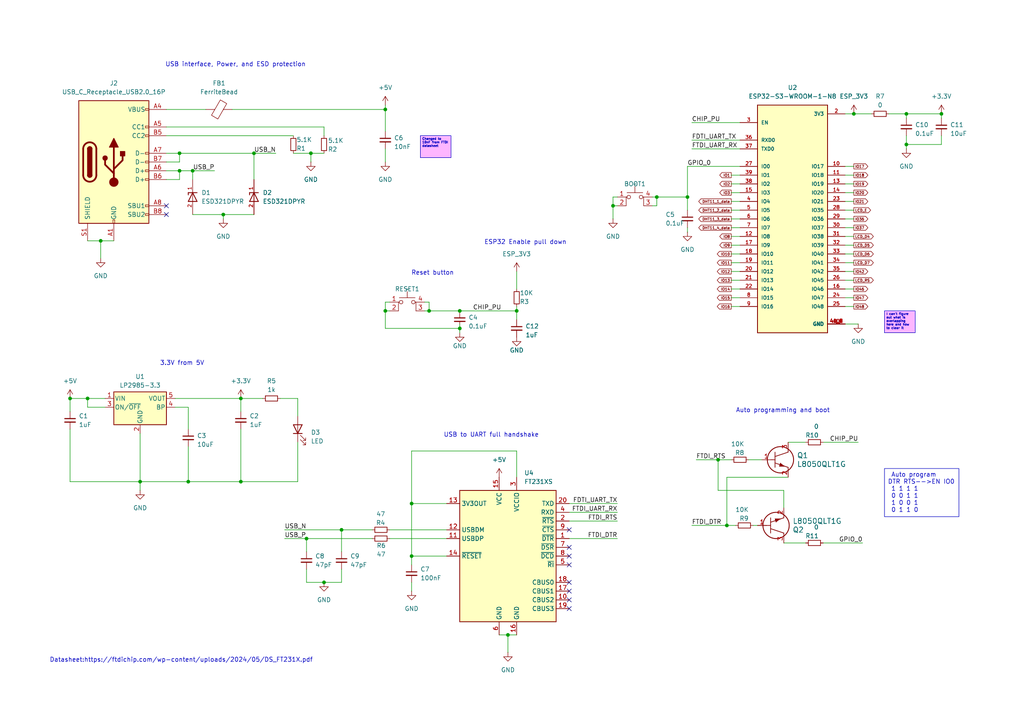
<source format=kicad_sch>
(kicad_sch (version 20231120) (generator "eeschema") (generator_version "8.0")
  (paper "A4")
  (title_block (title "SnakeTank") (rev "A"))
  (lib_symbols
    (symbol "2024-08-29_22-52-09:L8050QLT1G" (pin_names (offset 0.254))
      (property "Reference" "Q" (at 10.16 2.54 0))
      (property "Value" "L8050QLT1G" (at 10.16 -2.54 0))
      (symbol "L8050QLT1G_0_1"
        (polyline (pts (xy 2.54 0) (xy 3.81 0)) (stroke (width 0.2032)))
        (polyline (pts (xy 3.81 -2.2098) (xy 3.81 2.2098)) (stroke (width 0.2032)))
        (polyline (pts (xy 3.81 -0.9398) (xy 7.62 -2.2098)) (stroke (width 0.2032)))
        (polyline (pts (xy 3.81 0.9398) (xy 7.62 2.2098)) (stroke (width 0.2032)))
        (polyline (pts (xy 7.62 -2.54) (xy 7.62 -2.2098)) (stroke (width 0.2032)))
        (polyline (pts (xy 7.62 2.2098) (xy 7.62 2.54)) (stroke (width 0.2032)))
        (polyline (pts (xy 5.3848 -0.9398) (xy 5.08 -1.905) (xy 6.6548 -1.905)) (fill (type outline)))
        (circle (center 5.3848 0) (radius 3.81) (stroke (width 0.254)))
        (pin unspecified line (at 0 0 0) (length 2.54) (name "") (number "1"))
        (pin unspecified line (at 7.62 -5.08 90) (length 2.54) (name "") (number "2"))
        (pin unspecified line (at 7.62 5.08 270) (length 2.54) (name "") (number "3"))
      )
    )
    (symbol "Connector:USB_C_Receptacle_USB2.0_16P" (pin_names (offset 1.016))
      (property "Reference" "J" (at 0 22.225 0))
      (property "Value" "USB_C_Receptacle_USB2.0_16P" (at 0 19.685 0))
      (symbol "USB_C_Receptacle_USB2.0_16P_0_0"
        (rectangle (start -0.254 -17.78) (end 0.254 -16.764))
        (rectangle (start 10.16 -14.986) (end 9.144 -15.494))
        (rectangle (start 10.16 -12.446) (end 9.144 -12.954))
        (rectangle (start 10.16 -4.826) (end 9.144 -5.334))
        (rectangle (start 10.16 -2.286) (end 9.144 -2.794))
        (rectangle (start 10.16 0.254) (end 9.144 -0.254))
        (rectangle (start 10.16 2.794) (end 9.144 2.286))
        (rectangle (start 10.16 7.874) (end 9.144 7.366))
        (rectangle (start 10.16 10.414) (end 9.144 9.906))
        (rectangle (start 10.16 15.494) (end 9.144 14.986))
      )
      (symbol "USB_C_Receptacle_USB2.0_16P_0_1"
        (rectangle (start -10.16 17.78) (end 10.16 -17.78) (stroke (width 0.254)) (fill (type background)))
        (arc (start -8.89 -3.81) (mid -6.985 -5.7067) (end -5.08 -3.81) (stroke (width 0.508)))
        (arc (start -7.62 -3.81) (mid -6.985 -4.4423) (end -6.35 -3.81) (stroke (width 0.254)))
        (arc (start -7.62 -3.81) (mid -6.985 -4.4423) (end -6.35 -3.81) (stroke (width 0.254)) (fill (type outline)))
        (rectangle (start -7.62 -3.81) (end -6.35 3.81) (stroke (width 0.254)) (fill (type outline)))
        (arc (start -6.35 3.81) (mid -6.985 4.4423) (end -7.62 3.81) (stroke (width 0.254)))
        (arc (start -6.35 3.81) (mid -6.985 4.4423) (end -7.62 3.81) (stroke (width 0.254)) (fill (type outline)))
        (arc (start -5.08 3.81) (mid -6.985 5.7067) (end -8.89 3.81) (stroke (width 0.508)))
        (circle (center -2.54 1.143) (radius 0.635) (stroke (width 0.254)) (fill (type outline)))
        (circle (center 0 -5.842) (radius 1.27) (fill (type outline)))
        (polyline (pts (xy -8.89 -3.81) (xy -8.89 3.81)) (stroke (width 0.508)))
        (polyline (pts (xy -5.08 3.81) (xy -5.08 -3.81)) (stroke (width 0.508)))
        (polyline (pts (xy 0 -5.842) (xy 0 4.318)) (stroke (width 0.508)))
        (polyline (pts (xy 0 -3.302) (xy -2.54 -0.762) (xy -2.54 0.508)) (stroke (width 0.508)))
        (polyline (pts (xy 0 -2.032) (xy 2.54 0.508) (xy 2.54 1.778)) (stroke (width 0.508)))
        (polyline (pts (xy -1.27 4.318) (xy 0 6.858) (xy 1.27 4.318) (xy -1.27 4.318)) (stroke (width 0.254)) (fill (type outline)))
        (rectangle (start 1.905 1.778) (end 3.175 3.048) (stroke (width 0.254)) (fill (type outline)))
      )
      (symbol "USB_C_Receptacle_USB2.0_16P_1_1"
        (pin passive line (at 0 -22.86 90) (length 5.08) (name "GND") (number "A1"))
        (pin passive line (at 0 -22.86 90) (length 5.08) hide (name "GND") (number "A12"))
        (pin passive line (at 15.24 15.24 180) (length 5.08) (name "VBUS") (number "A4"))
        (pin bidirectional line (at 15.24 10.16 180) (length 5.08) (name "CC1") (number "A5"))
        (pin bidirectional line (at 15.24 -2.54 180) (length 5.08) (name "D+") (number "A6"))
        (pin bidirectional line (at 15.24 2.54 180) (length 5.08) (name "D-") (number "A7"))
        (pin bidirectional line (at 15.24 -12.7 180) (length 5.08) (name "SBU1") (number "A8"))
        (pin passive line (at 15.24 15.24 180) (length 5.08) hide (name "VBUS") (number "A9"))
        (pin passive line (at 0 -22.86 90) (length 5.08) hide (name "GND") (number "B1"))
        (pin passive line (at 0 -22.86 90) (length 5.08) hide (name "GND") (number "B12"))
        (pin passive line (at 15.24 15.24 180) (length 5.08) hide (name "VBUS") (number "B4"))
        (pin bidirectional line (at 15.24 7.62 180) (length 5.08) (name "CC2") (number "B5"))
        (pin bidirectional line (at 15.24 -5.08 180) (length 5.08) (name "D+") (number "B6"))
        (pin bidirectional line (at 15.24 0 180) (length 5.08) (name "D-") (number "B7"))
        (pin bidirectional line (at 15.24 -15.24 180) (length 5.08) (name "SBU2") (number "B8"))
        (pin passive line (at 15.24 15.24 180) (length 5.08) hide (name "VBUS") (number "B9"))
        (pin passive line (at -7.62 -22.86 90) (length 5.08) (name "SHIELD") (number "S1"))
      )
    )
    (symbol "Device:C_Small" (pin_numbers hide) (pin_names (offset 0.254) hide)
      (property "Reference" "C" (at 0.254 1.778 0))
      (property "Value" "C_Small" (at 0.254 -2.032 0))
      (symbol "C_Small_0_1"
        (polyline (pts (xy -1.524 -0.508) (xy 1.524 -0.508)) (stroke (width 0.3302)))
        (polyline (pts (xy -1.524 0.508) (xy 1.524 0.508)) (stroke (width 0.3048)))
      )
      (symbol "C_Small_1_1"
        (pin passive line (at 0 2.54 270) (length 2.032) (name "~") (number "1"))
        (pin passive line (at 0 -2.54 90) (length 2.032) (name "~") (number "2"))
      )
    )
    (symbol "Device:FerriteBead" (pin_numbers hide) (pin_names (offset 0))
      (property "Reference" "FB" (at -3.81 0.635 90))
      (property "Value" "FerriteBead" (at 3.81 0 90))
      (symbol "FerriteBead_0_1"
        (polyline (pts (xy 0 -1.27) (xy 0 -1.2192)))
        (polyline (pts (xy 0 1.27) (xy 0 1.2954)))
        (polyline (pts (xy -2.7686 0.4064) (xy -1.7018 2.2606) (xy 2.7686 -0.3048) (xy 1.6764 -2.159) (xy -2.7686 0.4064)))
      )
      (symbol "FerriteBead_1_1"
        (pin passive line (at 0 3.81 270) (length 2.54) (name "~") (number "1"))
        (pin passive line (at 0 -3.81 90) (length 2.54) (name "~") (number "2"))
      )
    )
    (symbol "Device:LED" (pin_numbers hide) (pin_names (offset 1.016) hide)
      (property "Reference" "D" (at 0 2.54 0))
      (property "Value" "LED" (at 0 -2.54 0))
      (symbol "LED_0_1"
        (polyline (pts (xy -1.27 -1.27) (xy -1.27 1.27)) (stroke (width 0.254)))
        (polyline (pts (xy -1.27 0) (xy 1.27 0)))
        (polyline (pts (xy 1.27 -1.27) (xy 1.27 1.27) (xy -1.27 0) (xy 1.27 -1.27)) (stroke (width 0.254)))
        (polyline (pts (xy -3.048 -0.762) (xy -4.572 -2.286) (xy -3.81 -2.286) (xy -4.572 -2.286) (xy -4.572 -1.524)))
        (polyline (pts (xy -1.778 -0.762) (xy -3.302 -2.286) (xy -2.54 -2.286) (xy -3.302 -2.286) (xy -3.302 -1.524)))
      )
      (symbol "LED_1_1"
        (pin passive line (at -3.81 0 0) (length 2.54) (name "K") (number "1"))
        (pin passive line (at 3.81 0 180) (length 2.54) (name "A") (number "2"))
      )
    )
    (symbol "Device:R_Small" (pin_numbers hide) (pin_names (offset 0.254) hide)
      (property "Reference" "R" (at 0.762 0.508 0))
      (property "Value" "R_Small" (at 0.762 -1.016 0))
      (symbol "R_Small_0_1"
        (rectangle (start -0.762 1.778) (end 0.762 -1.778) (stroke (width 0.2032)))
      )
      (symbol "R_Small_1_1"
        (pin passive line (at 0 2.54 270) (length 0.762) (name "~") (number "1"))
        (pin passive line (at 0 -2.54 90) (length 0.762) (name "~") (number "2"))
      )
    )
    (symbol "ESD321DPYR:ESD321DPYR" (pin_names (offset 1.016))
      (property "Reference" "D" (at -5.0835 2.4159 0))
      (property "Value" "ESD321DPYR" (at -5.0854 -4.9611 0))
      (symbol "ESD321DPYR_0_0"
        (polyline (pts (xy -1.27 -1.27) (xy -1.27 0)) (stroke (width 0.254)))
        (polyline (pts (xy -1.27 0) (xy -1.27 1.27)) (stroke (width 0.254)))
        (polyline (pts (xy -1.27 0) (xy 1.27 -1.27)) (stroke (width 0.254)))
        (polyline (pts (xy -0.635 -1.27) (xy -1.27 -1.27)) (stroke (width 0.254)))
        (polyline (pts (xy 1.27 -1.27) (xy 1.27 1.27)) (stroke (width 0.254)))
        (polyline (pts (xy 1.27 1.27) (xy -1.27 0)) (stroke (width 0.254)))
        (pin passive line (at -5.08 0 0) (length 5.08) (name "~") (number "1"))
        (pin passive line (at 5.08 0 180) (length 5.08) (name "~") (number "2"))
      )
    )
    (symbol "ESP32-S3-WROOM-1-N8:ESP32-S3-WROOM-1-N8" (pin_names (offset 1.016))
      (property "Reference" "U" (at -10.16 31.5722 0))
      (property "Value" "ESP32-S3-WROOM-1-N8" (at -10.16 -38.1 0))
      (symbol "ESP32-S3-WROOM-1-N8_0_0"
        (rectangle (start -10.16 -35.56) (end 10.16 30.48) (stroke (width 0.254)) (fill (type background)))
        (pin power_in line (at 15.24 -33.02 180) (length 5.08) (name "GND") (number "1"))
        (pin bidirectional line (at 15.24 12.7 180) (length 5.08) (name "IO17") (number "10"))
        (pin bidirectional line (at 15.24 10.16 180) (length 5.08) (name "IO18") (number "11"))
        (pin bidirectional line (at -15.24 -7.62 0) (length 5.08) (name "IO8") (number "12"))
        (pin bidirectional line (at 15.24 7.62 180) (length 5.08) (name "IO19") (number "13"))
        (pin bidirectional line (at 15.24 5.08 180) (length 5.08) (name "IO20") (number "14"))
        (pin bidirectional line (at -15.24 5.08 0) (length 5.08) (name "IO3") (number "15"))
        (pin bidirectional line (at 15.24 -22.86 180) (length 5.08) (name "IO46") (number "16"))
        (pin bidirectional line (at -15.24 -10.16 0) (length 5.08) (name "IO9") (number "17"))
        (pin bidirectional line (at -15.24 -12.7 0) (length 5.08) (name "IO10") (number "18"))
        (pin bidirectional line (at -15.24 -15.24 0) (length 5.08) (name "IO11") (number "19"))
        (pin power_in line (at 15.24 27.94 180) (length 5.08) (name "3V3") (number "2"))
        (pin bidirectional line (at -15.24 -17.78 0) (length 5.08) (name "IO12") (number "20"))
        (pin bidirectional line (at -15.24 -20.32 0) (length 5.08) (name "IO13") (number "21"))
        (pin bidirectional line (at -15.24 -22.86 0) (length 5.08) (name "IO14") (number "22"))
        (pin bidirectional line (at 15.24 2.54 180) (length 5.08) (name "IO21") (number "23"))
        (pin bidirectional line (at 15.24 -25.4 180) (length 5.08) (name "IO47") (number "24"))
        (pin bidirectional line (at 15.24 -27.94 180) (length 5.08) (name "IO48") (number "25"))
        (pin bidirectional line (at 15.24 -20.32 180) (length 5.08) (name "IO45") (number "26"))
        (pin bidirectional line (at -15.24 12.7 0) (length 5.08) (name "IO0") (number "27"))
        (pin bidirectional line (at 15.24 0 180) (length 5.08) (name "IO35") (number "28"))
        (pin bidirectional line (at 15.24 -2.54 180) (length 5.08) (name "IO36") (number "29"))
        (pin input line (at -15.24 25.4 0) (length 5.08) (name "EN") (number "3"))
        (pin bidirectional line (at 15.24 -5.08 180) (length 5.08) (name "IO37") (number "30"))
        (pin bidirectional line (at 15.24 -7.62 180) (length 5.08) (name "IO38") (number "31"))
        (pin bidirectional line (at 15.24 -10.16 180) (length 5.08) (name "IO39") (number "32"))
        (pin bidirectional line (at 15.24 -12.7 180) (length 5.08) (name "IO40") (number "33"))
        (pin bidirectional line (at 15.24 -15.24 180) (length 5.08) (name "IO41") (number "34"))
        (pin bidirectional line (at 15.24 -17.78 180) (length 5.08) (name "IO42") (number "35"))
        (pin bidirectional line (at -15.24 20.32 0) (length 5.08) (name "RXD0") (number "36"))
        (pin bidirectional line (at -15.24 17.78 0) (length 5.08) (name "TXD0") (number "37"))
        (pin bidirectional line (at -15.24 7.62 0) (length 5.08) (name "IO2") (number "38"))
        (pin bidirectional line (at -15.24 10.16 0) (length 5.08) (name "IO1") (number "39"))
        (pin bidirectional line (at -15.24 2.54 0) (length 5.08) (name "IO4") (number "4"))
        (pin power_in line (at 15.24 -33.02 180) (length 5.08) (name "GND") (number "40"))
        (pin power_in line (at 15.24 -33.02 180) (length 5.08) (name "GND") (number "41_1"))
        (pin power_in line (at 15.24 -33.02 180) (length 5.08) (name "GND") (number "41_2"))
        (pin power_in line (at 15.24 -33.02 180) (length 5.08) (name "GND") (number "41_3"))
        (pin power_in line (at 15.24 -33.02 180) (length 5.08) (name "GND") (number "41_4"))
        (pin power_in line (at 15.24 -33.02 180) (length 5.08) (name "GND") (number "41_5"))
        (pin power_in line (at 15.24 -33.02 180) (length 5.08) (name "GND") (number "41_6"))
        (pin power_in line (at 15.24 -33.02 180) (length 5.08) (name "GND") (number "41_7"))
        (pin power_in line (at 15.24 -33.02 180) (length 5.08) (name "GND") (number "41_8"))
        (pin power_in line (at 15.24 -33.02 180) (length 5.08) (name "GND") (number "41_9"))
        (pin bidirectional line (at -15.24 0 0) (length 5.08) (name "IO5") (number "5"))
        (pin bidirectional line (at -15.24 -2.54 0) (length 5.08) (name "IO6") (number "6"))
        (pin bidirectional line (at -15.24 -5.08 0) (length 5.08) (name "IO7") (number "7"))
        (pin bidirectional line (at -15.24 -25.4 0) (length 5.08) (name "IO15") (number "8"))
        (pin bidirectional line (at -15.24 -27.94 0) (length 5.08) (name "IO16") (number "9"))
      )
    )
    (symbol "Interface_USB:FT231XS"
      (property "Reference" "U" (at -13.97 20.32 0))
      (property "Value" "FT231XS" (at 7.62 20.32 0))
      (symbol "FT231XS_0_1"
        (rectangle (start -13.97 19.05) (end 13.97 -19.05) (stroke (width 0.254)) (fill (type background)))
      )
      (symbol "FT231XS_1_1"
        (pin output line (at 17.78 5.08 180) (length 3.81) (name "~{DTR}") (number "1"))
        (pin bidirectional line (at 17.78 -12.7 180) (length 3.81) (name "CBUS2") (number "10"))
        (pin bidirectional line (at -17.78 5.08 0) (length 3.81) (name "USBDP") (number "11"))
        (pin bidirectional line (at -17.78 7.62 0) (length 3.81) (name "USBDM") (number "12"))
        (pin power_out line (at -17.78 15.24 0) (length 3.81) (name "3V3OUT") (number "13"))
        (pin input line (at -17.78 0 0) (length 3.81) (name "~{RESET}") (number "14"))
        (pin power_in line (at -2.54 22.86 270) (length 3.81) (name "VCC") (number "15"))
        (pin power_in line (at 2.54 -22.86 90) (length 3.81) (name "GND") (number "16"))
        (pin bidirectional line (at 17.78 -10.16 180) (length 3.81) (name "CBUS1") (number "17"))
        (pin bidirectional line (at 17.78 -7.62 180) (length 3.81) (name "CBUS0") (number "18"))
        (pin bidirectional line (at 17.78 -15.24 180) (length 3.81) (name "CBUS3") (number "19"))
        (pin output line (at 17.78 10.16 180) (length 3.81) (name "~{RTS}") (number "2"))
        (pin output line (at 17.78 15.24 180) (length 3.81) (name "TXD") (number "20"))
        (pin power_in line (at 2.54 22.86 270) (length 3.81) (name "VCCIO") (number "3"))
        (pin input line (at 17.78 12.7 180) (length 3.81) (name "RXD") (number "4"))
        (pin input line (at 17.78 -2.54 180) (length 3.81) (name "~{RI}") (number "5"))
        (pin power_in line (at -2.54 -22.86 90) (length 3.81) (name "GND") (number "6"))
        (pin input line (at 17.78 2.54 180) (length 3.81) (name "~{DSR}") (number "7"))
        (pin input line (at 17.78 0 180) (length 3.81) (name "~{DCD}") (number "8"))
        (pin input line (at 17.78 7.62 180) (length 3.81) (name "~{CTS}") (number "9"))
      )
    )
    (symbol "Regulator_Linear:LP2985-3.3" (pin_names (offset 0.254))
      (property "Reference" "U" (at -6.35 5.715 0))
      (property "Value" "LP2985-3.3" (at 0 5.715 0))
      (symbol "LP2985-3.3_0_1"
        (rectangle (start -7.62 -5.08) (end 7.62 4.445) (stroke (width 0.254)) (fill (type background)))
      )
      (symbol "LP2985-3.3_1_1"
        (pin power_in line (at -10.16 2.54 0) (length 2.54) (name "VIN") (number "1"))
        (pin power_in line (at 0 -7.62 90) (length 2.54) (name "GND") (number "2"))
        (pin input line (at -10.16 0 0) (length 2.54) (name "ON/~{OFF}") (number "3"))
        (pin input line (at 10.16 0 180) (length 2.54) (name "BP") (number "4"))
        (pin power_out line (at 10.16 2.54 180) (length 2.54) (name "VOUT") (number "5"))
      )
    )
    (symbol "Switch:SW_MEC_5E" (pin_names (offset 1.016) hide)
      (property "Reference" "SW" (at 0.635 5.715 0))
      (property "Value" "SW_MEC_5E" (at 0 -3.175 0))
      (symbol "SW_MEC_5E_0_1"
        (circle (center -1.778 2.54) (radius 0.508))
        (polyline (pts (xy -2.286 3.81) (xy 2.286 3.81)))
        (polyline (pts (xy 0 3.81) (xy 0 5.588)))
        (polyline (pts (xy -2.54 0) (xy -2.54 2.54) (xy -2.286 2.54)))
        (polyline (pts (xy 2.54 0) (xy 2.54 2.54) (xy 2.286 2.54)))
        (circle (center 1.778 2.54) (radius 0.508))
        (pin passive line (at -5.08 2.54 0) (length 2.54) (name "1") (number "1"))
        (pin passive line (at -5.08 0 0) (length 2.54) (name "2") (number "2"))
        (pin passive line (at 5.08 0 180) (length 2.54) (name "K") (number "3"))
        (pin passive line (at 5.08 2.54 180) (length 2.54) (name "A") (number "4"))
      )
    )
    (symbol "power:+3.3V" (power) (pin_numbers hide) (pin_names (offset 0) hide)
      (property "Value" "+3.3V" (at 0 3.556 0))
      (symbol "+3.3V_0_1"
        (polyline (pts (xy -0.762 1.27) (xy 0 2.54)))
        (polyline (pts (xy 0 0) (xy 0 2.54)))
        (polyline (pts (xy 0 2.54) (xy 0.762 1.27)))
      )
      (symbol "+3.3V_1_1"
        (pin power_in line (at 0 0 90) (length 0) (name "~") (number "1"))
      )
    )
    (symbol "power:+5V" (power) (pin_numbers hide) (pin_names (offset 0) hide)
      (property "Value" "+5V" (at 0 3.556 0))
      (symbol "+5V_0_1"
        (polyline (pts (xy -0.762 1.27) (xy 0 2.54)))
        (polyline (pts (xy 0 0) (xy 0 2.54)))
        (polyline (pts (xy 0 2.54) (xy 0.762 1.27)))
      )
      (symbol "+5V_1_1"
        (pin power_in line (at 0 0 90) (length 0) (name "~") (number "1"))
      )
    )
    (symbol "power:GND" (power) (pin_numbers hide) (pin_names (offset 0) hide)
      (property "Value" "GND" (at 0 -3.81 0))
      (symbol "GND_0_1"
        (polyline (pts (xy 0 0) (xy 0 -1.27) (xy 1.27 -1.27) (xy 0 -2.54) (xy -1.27 -1.27) (xy 0 -1.27)))
      )
      (symbol "GND_1_1"
        (pin power_in line (at 0 0 270) (length 0) (name "~") (number "1"))
      )
    )
  )
  (junction (at 273.05 33.02))
  (junction (at 25.4 115.57))
  (junction (at 64.77 62.23))
  (junction (at 55.88 49.53))
  (junction (at 20.32 115.57))
  (junction (at 52.07 44.45))
  (junction (at 147.32 184.15))
  (junction (at 210.82 152.4))
  (junction (at 93.98 168.91))
  (junction (at 124.46 90.17))
  (junction (at 73.66 44.45))
  (junction (at 119.38 161.29))
  (junction (at 133.35 90.17))
  (junction (at 119.38 146.05))
  (junction (at 54.61 139.7))
  (junction (at 208.28 133.35))
  (junction (at 99.06 153.67))
  (junction (at 262.89 33.02))
  (junction (at 177.8 59.69))
  (junction (at 262.89 41.91))
  (junction (at 111.76 31.75))
  (junction (at 199.39 57.15))
  (junction (at 111.76 90.17))
  (junction (at 69.85 115.57))
  (junction (at 133.35 95.25))
  (junction (at 29.21 69.85))
  (junction (at 190.5 57.15))
  (junction (at 149.86 90.17))
  (junction (at 247.65 33.02))
  (junction (at 69.85 139.7))
  (junction (at 52.07 49.53))
  (junction (at 40.64 139.7))
  (junction (at 88.9 156.21))
  (junction (at 90.17 44.45))
  (no_connect (at 165.1 173.99))
  (no_connect (at 165.1 153.67))
  (no_connect (at 48.26 59.69))
  (no_connect (at 165.1 176.53))
  (no_connect (at 165.1 168.91))
  (no_connect (at 165.1 158.75))
  (no_connect (at 165.1 163.83))
  (no_connect (at 48.26 62.23))
  (no_connect (at 165.1 161.29))
  (no_connect (at 165.1 171.45))
  (wire (pts (xy 48.26 39.37) (xy 85.09 39.37)))
  (wire (pts (xy 48.26 31.75) (xy 59.69 31.75)))
  (wire (pts (xy 50.8 118.11) (xy 54.61 118.11)))
  (wire (pts (xy 245.11 63.5) (xy 247.65 63.5)))
  (wire (pts (xy 113.03 153.67) (xy 129.54 153.67)))
  (wire (pts (xy 149.86 90.17) (xy 149.86 92.71)))
  (wire (pts (xy 25.4 115.57) (xy 30.48 115.57)))
  (wire (pts (xy 82.55 153.67) (xy 99.06 153.67)))
  (wire (pts (xy 227.33 142.24) (xy 208.28 142.24)))
  (wire (pts (xy 247.65 48.26) (xy 245.11 48.26)))
  (wire (pts (xy 245.11 86.36) (xy 247.65 86.36)))
  (wire (pts (xy 20.32 115.57) (xy 25.4 115.57)))
  (wire (pts (xy 111.76 87.63) (xy 111.76 90.17)))
  (wire (pts (xy 245.11 68.58) (xy 247.65 68.58)))
  (wire (pts (xy 133.35 96.52) (xy 133.35 95.25)))
  (wire (pts (xy 55.88 49.53) (xy 62.23 49.53)))
  (wire (pts (xy 119.38 161.29) (xy 119.38 146.05)))
  (wire (pts (xy 86.36 115.57) (xy 86.36 120.65)))
  (wire (pts (xy 40.64 125.73) (xy 40.64 139.7)))
  (wire (pts (xy 165.1 151.13) (xy 179.07 151.13)))
  (wire (pts (xy 149.86 78.74) (xy 149.86 83.82)))
  (wire (pts (xy 262.89 41.91) (xy 262.89 43.18)))
  (wire (pts (xy 55.88 49.53) (xy 55.88 52.07)))
  (wire (pts (xy 212.09 78.74) (xy 214.63 78.74)))
  (wire (pts (xy 245.11 55.88) (xy 247.65 55.88)))
  (wire (pts (xy 247.65 50.8) (xy 245.11 50.8)))
  (wire (pts (xy 245.11 60.96) (xy 247.65 60.96)))
  (wire (pts (xy 149.86 130.81) (xy 149.86 138.43)))
  (wire (pts (xy 212.09 71.12) (xy 214.63 71.12)))
  (wire (pts (xy 73.66 44.45) (xy 73.66 52.07)))
  (wire (pts (xy 212.09 58.42) (xy 214.63 58.42)))
  (wire (pts (xy 165.1 146.05) (xy 179.07 146.05)))
  (wire (pts (xy 20.32 124.46) (xy 20.32 139.7)))
  (wire (pts (xy 119.38 146.05) (xy 119.38 130.81)))
  (wire (pts (xy 144.78 184.15) (xy 147.32 184.15)))
  (wire (pts (xy 212.09 76.2) (xy 214.63 76.2)))
  (wire (pts (xy 189.23 57.15) (xy 190.5 57.15)))
  (wire (pts (xy 50.8 115.57) (xy 69.85 115.57)))
  (wire (pts (xy 90.17 44.45) (xy 90.17 46.99)))
  (wire (pts (xy 93.98 168.91) (xy 99.06 168.91)))
  (wire (pts (xy 54.61 139.7) (xy 69.85 139.7)))
  (wire (pts (xy 123.19 90.17) (xy 124.46 90.17)))
  (wire (pts (xy 245.11 88.9) (xy 247.65 88.9)))
  (wire (pts (xy 245.11 71.12) (xy 247.65 71.12)))
  (wire (pts (xy 52.07 52.07) (xy 48.26 52.07)))
  (wire (pts (xy 88.9 156.21) (xy 88.9 160.02)))
  (wire (pts (xy 86.36 139.7) (xy 69.85 139.7)))
  (wire (pts (xy 119.38 146.05) (xy 129.54 146.05)))
  (wire (pts (xy 25.4 118.11) (xy 25.4 115.57)))
  (wire (pts (xy 129.54 161.29) (xy 119.38 161.29)))
  (wire (pts (xy 212.09 55.88) (xy 214.63 55.88)))
  (wire (pts (xy 199.39 48.26) (xy 199.39 57.15)))
  (wire (pts (xy 245.11 33.02) (xy 247.65 33.02)))
  (wire (pts (xy 124.46 90.17) (xy 133.35 90.17)))
  (wire (pts (xy 52.07 46.99) (xy 48.26 46.99)))
  (wire (pts (xy 212.09 50.8) (xy 214.63 50.8)))
  (wire (pts (xy 262.89 39.37) (xy 262.89 41.91)))
  (wire (pts (xy 212.09 86.36) (xy 214.63 86.36)))
  (wire (pts (xy 124.46 87.63) (xy 124.46 90.17)))
  (wire (pts (xy 111.76 30.48) (xy 111.76 31.75)))
  (wire (pts (xy 208.28 133.35) (xy 201.93 133.35)))
  (wire (pts (xy 48.26 44.45) (xy 52.07 44.45)))
  (wire (pts (xy 248.92 93.98) (xy 245.11 93.98)))
  (wire (pts (xy 30.48 118.11) (xy 25.4 118.11)))
  (wire (pts (xy 29.21 69.85) (xy 29.21 74.93)))
  (wire (pts (xy 54.61 118.11) (xy 54.61 124.46)))
  (wire (pts (xy 55.88 62.23) (xy 64.77 62.23)))
  (wire (pts (xy 200.66 43.18) (xy 214.63 43.18)))
  (wire (pts (xy 238.76 157.48) (xy 250.19 157.48)))
  (wire (pts (xy 40.64 139.7) (xy 40.64 142.24)))
  (wire (pts (xy 86.36 128.27) (xy 86.36 139.7)))
  (wire (pts (xy 210.82 138.43) (xy 210.82 152.4)))
  (wire (pts (xy 99.06 153.67) (xy 107.95 153.67)))
  (wire (pts (xy 111.76 31.75) (xy 111.76 38.1)))
  (wire (pts (xy 40.64 139.7) (xy 54.61 139.7)))
  (wire (pts (xy 133.35 93.98) (xy 133.35 95.25)))
  (wire (pts (xy 133.35 95.25) (xy 111.76 95.25)))
  (wire (pts (xy 199.39 66.04) (xy 199.39 67.31)))
  (wire (pts (xy 111.76 95.25) (xy 111.76 90.17)))
  (wire (pts (xy 233.68 128.27) (xy 228.6 128.27)))
  (wire (pts (xy 179.07 57.15) (xy 177.8 57.15)))
  (wire (pts (xy 73.66 44.45) (xy 80.01 44.45)))
  (wire (pts (xy 88.9 165.1) (xy 88.9 168.91)))
  (wire (pts (xy 227.33 142.24) (xy 227.33 147.32)))
  (wire (pts (xy 67.31 31.75) (xy 111.76 31.75)))
  (wire (pts (xy 200.66 40.64) (xy 214.63 40.64)))
  (wire (pts (xy 69.85 119.38) (xy 69.85 115.57)))
  (wire (pts (xy 93.98 36.83) (xy 48.26 36.83)))
  (wire (pts (xy 99.06 153.67) (xy 99.06 160.02)))
  (wire (pts (xy 262.89 33.02) (xy 273.05 33.02)))
  (wire (pts (xy 190.5 59.69) (xy 190.5 57.15)))
  (wire (pts (xy 113.03 156.21) (xy 129.54 156.21)))
  (wire (pts (xy 245.11 73.66) (xy 247.65 73.66)))
  (wire (pts (xy 111.76 90.17) (xy 113.03 90.17)))
  (wire (pts (xy 248.92 128.27) (xy 238.76 128.27)))
  (wire (pts (xy 199.39 57.15) (xy 190.5 57.15)))
  (wire (pts (xy 212.09 83.82) (xy 214.63 83.82)))
  (wire (pts (xy 228.6 138.43) (xy 210.82 138.43)))
  (wire (pts (xy 69.85 124.46) (xy 69.85 139.7)))
  (wire (pts (xy 257.81 33.02) (xy 262.89 33.02)))
  (wire (pts (xy 247.65 33.02) (xy 252.73 33.02)))
  (wire (pts (xy 64.77 62.23) (xy 73.66 62.23)))
  (wire (pts (xy 99.06 165.1) (xy 99.06 168.91)))
  (wire (pts (xy 165.1 156.21) (xy 179.07 156.21)))
  (wire (pts (xy 218.44 152.4) (xy 219.71 152.4)))
  (wire (pts (xy 212.09 68.58) (xy 214.63 68.58)))
  (wire (pts (xy 245.11 76.2) (xy 247.65 76.2)))
  (wire (pts (xy 210.82 152.4) (xy 200.66 152.4)))
  (wire (pts (xy 113.03 87.63) (xy 111.76 87.63)))
  (wire (pts (xy 177.8 57.15) (xy 177.8 59.69)))
  (wire (pts (xy 52.07 49.53) (xy 55.88 49.53)))
  (wire (pts (xy 52.07 44.45) (xy 52.07 46.99)))
  (wire (pts (xy 93.98 39.37) (xy 93.98 36.83)))
  (wire (pts (xy 165.1 148.59) (xy 179.07 148.59)))
  (wire (pts (xy 177.8 59.69) (xy 177.8 63.5)))
  (wire (pts (xy 212.09 88.9) (xy 214.63 88.9)))
  (wire (pts (xy 212.09 81.28) (xy 214.63 81.28)))
  (wire (pts (xy 212.09 53.34) (xy 214.63 53.34)))
  (wire (pts (xy 29.21 69.85) (xy 33.02 69.85)))
  (wire (pts (xy 149.86 184.15) (xy 147.32 184.15)))
  (wire (pts (xy 133.35 90.17) (xy 149.86 90.17)))
  (wire (pts (xy 213.36 152.4) (xy 210.82 152.4)))
  (wire (pts (xy 189.23 59.69) (xy 190.5 59.69)))
  (wire (pts (xy 245.11 78.74) (xy 247.65 78.74)))
  (wire (pts (xy 119.38 161.29) (xy 119.38 163.83)))
  (wire (pts (xy 149.86 88.9) (xy 149.86 90.17)))
  (wire (pts (xy 273.05 39.37) (xy 273.05 41.91)))
  (wire (pts (xy 123.19 87.63) (xy 124.46 87.63)))
  (wire (pts (xy 212.09 63.5) (xy 214.63 63.5)))
  (wire (pts (xy 88.9 168.91) (xy 93.98 168.91)))
  (wire (pts (xy 119.38 168.91) (xy 119.38 171.45)))
  (wire (pts (xy 119.38 130.81) (xy 149.86 130.81)))
  (wire (pts (xy 245.11 81.28) (xy 247.65 81.28)))
  (wire (pts (xy 52.07 49.53) (xy 52.07 52.07)))
  (wire (pts (xy 20.32 139.7) (xy 40.64 139.7)))
  (wire (pts (xy 262.89 34.29) (xy 262.89 33.02)))
  (wire (pts (xy 245.11 66.04) (xy 247.65 66.04)))
  (wire (pts (xy 90.17 44.45) (xy 93.98 44.45)))
  (wire (pts (xy 273.05 34.29) (xy 273.05 33.02)))
  (wire (pts (xy 245.11 53.34) (xy 247.65 53.34)))
  (wire (pts (xy 52.07 44.45) (xy 73.66 44.45)))
  (wire (pts (xy 85.09 44.45) (xy 90.17 44.45)))
  (wire (pts (xy 29.21 69.85) (xy 25.4 69.85)))
  (wire (pts (xy 82.55 156.21) (xy 88.9 156.21)))
  (wire (pts (xy 245.11 58.42) (xy 247.65 58.42)))
  (wire (pts (xy 199.39 48.26) (xy 214.63 48.26)))
  (wire (pts (xy 88.9 156.21) (xy 107.95 156.21)))
  (wire (pts (xy 64.77 62.23) (xy 64.77 63.5)))
  (wire (pts (xy 81.28 115.57) (xy 86.36 115.57)))
  (wire (pts (xy 179.07 59.69) (xy 177.8 59.69)))
  (wire (pts (xy 20.32 115.57) (xy 20.32 119.38)))
  (wire (pts (xy 273.05 41.91) (xy 262.89 41.91)))
  (wire (pts (xy 212.09 73.66) (xy 214.63 73.66)))
  (wire (pts (xy 208.28 142.24) (xy 208.28 133.35)))
  (wire (pts (xy 212.09 66.04) (xy 214.63 66.04)))
  (wire (pts (xy 199.39 60.96) (xy 199.39 57.15)))
  (wire (pts (xy 111.76 43.18) (xy 111.76 46.99)))
  (wire (pts (xy 212.09 133.35) (xy 208.28 133.35)))
  (wire (pts (xy 200.66 35.56) (xy 214.63 35.56)))
  (wire (pts (xy 147.32 184.15) (xy 147.32 189.23)))
  (wire (pts (xy 217.17 133.35) (xy 220.98 133.35)))
  (wire (pts (xy 69.85 115.57) (xy 76.2 115.57)))
  (wire (pts (xy 212.09 60.96) (xy 214.63 60.96)))
  (wire (pts (xy 48.26 49.53) (xy 52.07 49.53)))
  (wire (pts (xy 54.61 129.54) (xy 54.61 139.7)))
  (wire (pts (xy 227.33 157.48) (xy 233.68 157.48)))
  (wire (pts (xy 245.11 83.82) (xy 247.65 83.82)))
  (text_box "I can't figure out what is overlapping here and how to clear it" (at 256.54 90.17 0) (size 8.89 6.35) (fill (type color) (color 254 182 255 1)) (effects (font (size 0.635 0.635)) (justify left top)))
  (text_box " Auto program\nDTR RTS-->EN IO0\n 1 1 1 1\n 0 0 1 1\n 1 0 0 1\n 0 1 1 0 " (at 256.54 135.89 0) (size 21.59 13.97) (effects (font (size 1.27 1.27)) (justify left top)))
  (text_box "Changed to 10nF from FTDI datasheet" (at 121.92 39.37 0) (size 8.89 6.35) (fill (type color) (color 254 182 255 1)) (effects (font (size 0.635 0.635)) (justify left top)))
  (text "3.3V from 5V" (at 52.832 105.41 0) (effects (font (size 1.27 1.27))))
  (text "ESP32 Enable pull down" (at 152.4 70.358 0) (effects (font (size 1.27 1.27))))
  (text "USB interface, Power, and ESD protection" (at 68.326 18.796 0) (effects (font (size 1.27 1.27))))
  (text "Reset button" (at 125.476 79.248 0) (effects (font (size 1.27 1.27))))
  (text "Datasheet:https://ftdichip.com/wp-content/uploads/2024/05/DS_FT231X.pdf" (at 52.578 191.516 0) (effects (font (size 1.27 1.27))))
  (text "Auto programming and boot" (at 227.076 119.126 0) (effects (font (size 1.27 1.27))))
  (text "USB to UART full handshake" (at 142.494 126.238 0) (effects (font (size 1.27 1.27))))
  (label "CHIP_PU" (at 137.16 90.17 0))
  (label "USB_P" (at 82.55 156.21 0))
  (label "USB_P" (at 62.23 49.53 180))
  (label "CHIP_PU" (at 248.92 128.27 180))
  (label "FTDI_RTS" (at 201.93 133.35 0))
  (label "FTDI_DTR" (at 179.07 156.21 180))
  (label "USB_N" (at 82.55 153.67 0))
  (label "FTDI_RTS" (at 179.07 151.13 180))
  (label "FTDI_UART_RX" (at 200.66 43.18 0))
  (label "GPIO_0" (at 199.39 48.26 0))
  (label "USB_N" (at 80.01 44.45 180))
  (label "GPIO_0" (at 250.19 157.48 180))
  (label "FDTI_UART_TX" (at 200.66 40.64 0))
  (label "CHIP_PU" (at 200.66 35.56 0))
  (label "FTDI_DTR" (at 200.66 152.4 0))
  (label "FDTI_UART_TX" (at 179.07 146.05 180))
  (label "FTDI_UART_RX" (at 179.07 148.59 180))
  (global_label "IO9" (shape output) (at 212.09 71.12 180) (effects (font (size 0.762 0.762))) (property "Intersheetrefs" "${INTERSHEET_REFS}" (effects (hide yes))))
  (global_label "LCD_D7" (shape output) (at 247.65 76.2 0) (effects (font (size 0.762 0.762))) (property "Intersheetrefs" "${INTERSHEET_REFS}" (effects (hide yes))))
  (global_label "IO17" (shape output) (at 247.65 48.26 0) (effects (font (size 0.762 0.762))) (property "Intersheetrefs" "${INTERSHEET_REFS}" (effects (hide yes))))
  (global_label "IO12" (shape output) (at 212.09 78.74 180) (effects (font (size 0.762 0.762))) (property "Intersheetrefs" "${INTERSHEET_REFS}" (effects (hide yes))))
  (global_label "LCD_D6" (shape output) (at 247.65 73.66 0) (effects (font (size 0.762 0.762))) (property "Intersheetrefs" "${INTERSHEET_REFS}" (effects (hide yes))))
  (global_label "IO16" (shape output) (at 212.09 88.9 180) (effects (font (size 0.762 0.762))) (property "Intersheetrefs" "${INTERSHEET_REFS}" (effects (hide yes))))
  (global_label "LCD_E" (shape output) (at 247.65 60.96 0) (effects (font (size 0.762 0.762))) (property "Intersheetrefs" "${INTERSHEET_REFS}" (effects (hide yes))))
  (global_label "IO15" (shape output) (at 212.09 86.36 180) (effects (font (size 0.762 0.762))) (property "Intersheetrefs" "${INTERSHEET_REFS}" (effects (hide yes))))
  (global_label "DHT11_4_data" (shape output) (at 212.09 66.04 180) (effects (font (size 0.762 0.762))) (property "Intersheetrefs" "${INTERSHEET_REFS}" (effects (hide yes))))
  (global_label "IO3" (shape output) (at 212.09 55.88 180) (effects (font (size 0.762 0.762))) (property "Intersheetrefs" "${INTERSHEET_REFS}" (effects (hide yes))))
  (global_label "IO1" (shape output) (at 212.09 50.8 180) (effects (font (size 0.762 0.762))) (property "Intersheetrefs" "${INTERSHEET_REFS}" (effects (hide yes))))
  (global_label "IO20" (shape output) (at 247.65 55.88 0) (effects (font (size 0.762 0.762))) (property "Intersheetrefs" "${INTERSHEET_REFS}" (effects (hide yes))))
  (global_label "LCD_D5" (shape output) (at 247.65 71.12 0) (effects (font (size 0.762 0.762))) (property "Intersheetrefs" "${INTERSHEET_REFS}" (effects (hide yes))))
  (global_label "IO37" (shape output) (at 247.65 66.04 0) (effects (font (size 0.762 0.762))) (property "Intersheetrefs" "${INTERSHEET_REFS}" (effects (hide yes))))
  (global_label "IO47" (shape output) (at 247.65 86.36 0) (effects (font (size 0.762 0.762))) (property "Intersheetrefs" "${INTERSHEET_REFS}" (effects (hide yes))))
  (global_label "IO48" (shape output) (at 247.65 88.9 0) (effects (font (size 0.762 0.762))) (property "Intersheetrefs" "${INTERSHEET_REFS}" (effects (hide yes))))
  (global_label "IO42" (shape output) (at 247.65 78.74 0) (effects (font (size 0.762 0.762))) (property "Intersheetrefs" "${INTERSHEET_REFS}" (effects (hide yes))))
  (global_label "IO2" (shape output) (at 212.09 53.34 180) (effects (font (size 0.762 0.762))) (property "Intersheetrefs" "${INTERSHEET_REFS}" (effects (hide yes))))
  (global_label "IO46" (shape output) (at 247.65 83.82 0) (effects (font (size 0.762 0.762))) (property "Intersheetrefs" "${INTERSHEET_REFS}" (effects (hide yes))))
  (global_label "DHT11_2_data" (shape output) (at 212.09 60.96 180) (effects (font (size 0.762 0.762))) (property "Intersheetrefs" "${INTERSHEET_REFS}" (effects (hide yes))))
  (global_label "IO11" (shape output) (at 212.09 76.2 180) (effects (font (size 0.762 0.762))) (property "Intersheetrefs" "${INTERSHEET_REFS}" (effects (hide yes))))
  (global_label "IO13" (shape output) (at 212.09 81.28 180) (effects (font (size 0.762 0.762))) (property "Intersheetrefs" "${INTERSHEET_REFS}" (effects (hide yes))))
  (global_label "LCD_D4" (shape output) (at 247.65 68.58 0) (effects (font (size 0.762 0.762))) (property "Intersheetrefs" "${INTERSHEET_REFS}" (effects (hide yes))))
  (global_label "IO8" (shape output) (at 212.09 68.58 180) (effects (font (size 0.762 0.762))) (property "Intersheetrefs" "${INTERSHEET_REFS}" (effects (hide yes))))
  (global_label "IO21" (shape output) (at 247.65 58.42 0) (effects (font (size 0.762 0.762))) (property "Intersheetrefs" "${INTERSHEET_REFS}" (effects (hide yes))))
  (global_label "IO18" (shape output) (at 247.65 50.8 0) (effects (font (size 0.762 0.762))) (property "Intersheetrefs" "${INTERSHEET_REFS}" (effects (hide yes))))
  (global_label "DHT11_3_data" (shape output) (at 212.09 63.5 180) (effects (font (size 0.762 0.762))) (property "Intersheetrefs" "${INTERSHEET_REFS}" (effects (hide yes))))
  (global_label "IO19" (shape output) (at 247.65 53.34 0) (effects (font (size 0.762 0.762))) (property "Intersheetrefs" "${INTERSHEET_REFS}" (effects (hide yes))))
  (global_label "IO14" (shape output) (at 212.09 83.82 180) (effects (font (size 0.762 0.762))) (property "Intersheetrefs" "${INTERSHEET_REFS}" (effects (hide yes))))
  (global_label "DHT11_1_data" (shape output) (at 212.09 58.42 180) (effects (font (size 0.762 0.762))) (property "Intersheetrefs" "${INTERSHEET_REFS}" (effects (hide yes))))
  (global_label "LCD_RS" (shape output) (at 247.65 81.28 0) (effects (font (size 0.762 0.762))) (property "Intersheetrefs" "${INTERSHEET_REFS}" (effects (hide yes))))
  (global_label "IO36" (shape output) (at 247.65 63.5 0) (effects (font (size 0.762 0.762))) (property "Intersheetrefs" "${INTERSHEET_REFS}" (effects (hide yes))))
  (global_label "IO10" (shape output) (at 212.09 73.66 180) (effects (font (size 0.762 0.762))) (property "Intersheetrefs" "${INTERSHEET_REFS}" (effects (hide yes))))
  (symbol (lib_id "Device:C_Small") (at 199.39 63.5 0) (unit 1)
    (property "Reference" "C5" (at 193.04 62.23 0) (effects (justify left)))
    (property "Value" "0.1uF" (at 193.04 64.77 0) (effects (justify left)))
    (property "Footprint" "Capacitor_SMD:C_0603_1608Metric" (effects (hide yes)))
  )
  (symbol (lib_id "Device:C_Small") (at 20.32 121.92 0) (unit 1)
    (property "Reference" "C1" (at 22.86 120.6562 0) (effects (justify left)))
    (property "Value" "1uF" (at 22.86 123.1962 0) (effects (justify left)))
    (property "Footprint" "Capacitor_SMD:C_0603_1608Metric" (effects (hide yes)))
  )
  (symbol (lib_id "Device:FerriteBead") (at 63.5 31.75 270) (unit 1)
    (property "Reference" "FB1" (at 63.5508 24.13 90))
    (property "Value" "FerriteBead" (at 63.5508 26.67 90))
    (property "Footprint" "FerriteBead:BEADC0603X33N" (effects (hide yes)))
    (property "Description" "Ferrite bead" (effects (hide yes)))
  )
  (symbol (lib_id "power:GND") (at 111.76 46.99 0) (unit 1)
    (property "Reference" "#PWR010" (effects (hide yes)))
    (property "Value" "GND" (at 111.76 52.07 0))
  )
  (symbol (lib_id "power:+3.3V") (at 273.05 33.02 0) (unit 1)
    (property "Reference" "#PWR022" (effects (hide yes)))
    (property "Value" "+3.3V" (at 273.05 27.94 0))
    (property "Description" "Power symbol creates a global label with name \"+3.3V\"" (effects (hide yes)))
  )
  (symbol (lib_id "Regulator_Linear:LP2985-3.3") (at 40.64 118.11 0) (unit 1)
    (property "Reference" "U1" (at 40.64 109.22 0))
    (property "Value" "LP2985-3.3" (at 40.64 111.76 0))
    (property "Footprint" "Package_TO_SOT_SMD:SOT-23-5" (effects (hide yes)))
    (property "Datasheet" "http://www.ti.com/lit/ds/symlink/lp2985.pdf" (effects (hide yes)))
    (property "Description" "150mA 16V Low-noise Low-dropout Regulator With Shutdown, 3.3V output voltage, SOT-23-5" (effects (hide yes)))
  )
  (symbol (lib_id "Device:R_Small") (at 215.9 152.4 90) (unit 1)
    (property "Reference" "R9" (at 217.17 150.368 90) (effects (justify left)))
    (property "Value" "10K" (at 217.17 147.828 90) (effects (justify left)))
    (property "Footprint" "Resistor_SMD:R_0603_1608Metric" (effects (hide yes)))
    (property "Description" "Resistor, small symbol" (effects (hide yes)))
  )
  (symbol (lib_id "Device:R_Small") (at 236.22 157.48 90) (unit 1)
    (property "Reference" "R11" (at 237.49 155.448 90) (effects (justify left)))
    (property "Value" "0" (at 237.49 152.908 90) (effects (justify left)))
    (property "Footprint" "Resistor_SMD:R_0603_1608Metric" (effects (hide yes)))
    (property "Description" "Resistor, small symbol" (effects (hide yes)))
  )
  (symbol (lib_id "power:GND") (at 149.86 97.79 0) (unit 1)
    (property "Reference" "#PWR025" (effects (hide yes)))
    (property "Value" "GND" (at 149.86 101.6 0))
  )
  (symbol (lib_id "ESD321DPYR:ESD321DPYR") (at 73.66 57.15 270) (unit 1)
    (property "Reference" "D2" (at 76.2 55.8799 90) (effects (justify left)))
    (property "Value" "ESD321DPYR" (at 76.2 58.4199 90) (effects (justify left)))
    (property "Footprint" "ESD321DPYR:TVS_ESD321DPYR" (effects (hide yes)))
    (property "MF" "Texas Instruments" (effects (hide yes)))
    (property "Description_1" "\n0.9pF 3.6V ±30kV ESD protection diode with 6.8V 16A TLP clamping for USB 2.0\n" (effects (hide yes)))
    (property "Package" "X1SON-2 Texas Instruments" (effects (hide yes)))
    (property "Price" "None" (effects (hide yes)))
    (property "Check_prices" "https://www.snapeda.com/parts/ESD321DPYR/Texas+Instruments/view-part/?ref=eda" (effects (hide yes)))
    (property "STANDARD" "Manufacturer Recommendations" (effects (hide yes)))
    (property "PARTREV" "B" (effects (hide yes)))
    (property "SnapEDA_Link" "https://www.snapeda.com/parts/ESD321DPYR/Texas+Instruments/view-part/?ref=snap" (effects (hide yes)))
    (property "MP" "ESD321DPYR" (effects (hide yes)))
    (property "Purchase-URL" "https://www.snapeda.com/api/url_track_click_mouser/?unipart_id=3214231&manufacturer=Texas Instruments&part_name=ESD321DPYR&search_term=esd321dpyr" (effects (hide yes)))
    (property "Availability" "In Stock" (effects (hide yes)))
    (property "MANUFACTURER" "Texas Instruments" (effects (hide yes)))
  )
  (symbol (lib_id "Device:C_Small") (at 54.61 127 0) (unit 1)
    (property "Reference" "C3" (at 57.15 126.3713 0) (effects (justify left)))
    (property "Value" "10uF" (at 57.15 128.9113 0) (effects (justify left)))
    (property "Footprint" "Capacitor_SMD:C_0603_1608Metric" (effects (hide yes)))
  )
  (symbol (lib_id "2024-08-29_22-52-09:L8050QLT1G") (at 219.71 152.4 0) (mirror x) (unit 1)
    (property "Reference" "Q2" (at 229.87 153.6701 0) (effects (font (size 1.524 1.524)) (justify left)))
    (property "Value" "L8050QLT1G" (at 229.87 151.1301 0) (effects (font (size 1.524 1.524)) (justify left)))
    (property "Footprint" "Package_TO_SOT_SMD:SOT-23-3" (effects (hide yes)))
    (property "Datasheet" "L8050QLT1G" (effects (hide yes)))
  )
  (symbol (lib_id "ESD321DPYR:ESD321DPYR") (at 55.88 57.15 270) (unit 1)
    (property "Reference" "D1" (at 58.42 55.8799 90) (effects (justify left)))
    (property "Value" "ESD321DPYR" (at 58.42 58.4199 90) (effects (justify left)))
    (property "Footprint" "ESD321DPYR:TVS_ESD321DPYR" (effects (hide yes)))
    (property "MF" "Texas Instruments" (effects (hide yes)))
    (property "Description_1" "\n0.9pF 3.6V ±30kV ESD protection diode with 6.8V 16A TLP clamping for USB 2.0\n" (effects (hide yes)))
    (property "Package" "X1SON-2 Texas Instruments" (effects (hide yes)))
    (property "Price" "None" (effects (hide yes)))
    (property "Check_prices" "https://www.snapeda.com/parts/ESD321DPYR/Texas+Instruments/view-part/?ref=eda" (effects (hide yes)))
    (property "STANDARD" "Manufacturer Recommendations" (effects (hide yes)))
    (property "PARTREV" "B" (effects (hide yes)))
    (property "SnapEDA_Link" "https://www.snapeda.com/parts/ESD321DPYR/Texas+Instruments/view-part/?ref=snap" (effects (hide yes)))
    (property "MP" "ESD321DPYR" (effects (hide yes)))
    (property "Purchase-URL" "https://www.snapeda.com/api/url_track_click_mouser/?unipart_id=3214231&manufacturer=Texas Instruments&part_name=ESD321DPYR&search_term=esd321dpyr" (effects (hide yes)))
    (property "Availability" "In Stock" (effects (hide yes)))
    (property "MANUFACTURER" "Texas Instruments" (effects (hide yes)))
  )
  (symbol (lib_id "power:GND") (at 90.17 46.99 0) (unit 1)
    (property "Reference" "#PWR02" (effects (hide yes)))
    (property "Value" "GND" (at 90.17 52.07 0))
    (property "Description" "Power symbol creates a global label with name \"GND\" , ground" (effects (hide yes)))
  )
  (symbol (lib_id "power:GND") (at 29.21 74.93 0) (unit 1)
    (property "Reference" "#PWR01" (effects (hide yes)))
    (property "Value" "GND" (at 29.21 80.01 0))
    (property "Description" "Power symbol creates a global label with name \"GND\" , ground" (effects (hide yes)))
  )
  (symbol (lib_id "power:+3.3V") (at 149.86 78.74 0) (unit 1)
    (property "Reference" "#PWR014" (effects (hide yes)))
    (property "Value" "ESP_3V3" (at 149.86 73.66 0))
    (property "Description" "Power symbol creates a global label with name \"+3.3V\"" (effects (hide yes)))
  )
  (symbol (lib_id "power:GND") (at 262.89 43.18 0) (unit 1)
    (property "Reference" "#PWR024" (effects (hide yes)))
    (property "Value" "GND" (at 262.89 48.26 0))
  )
  (symbol (lib_id "Switch:SW_MEC_5E") (at 118.11 90.17 0) (unit 1)
    (property "Reference" "RESET1" (at 118.11 83.82 0))
    (property "Value" "~" (at 118.11 83.82 0))
    (property "Footprint" "Button_Switch_SMD:SW_SPST_PTS810" (effects (hide yes)))
    (property "Datasheet" "http://www.apem.com/int/index.php?controller=attachment&id_attachment=1371" (effects (hide yes)))
  )
  (symbol (lib_id "Device:C_Small") (at 111.76 40.64 0) (unit 1)
    (property "Reference" "C6" (at 114.3 40.0113 0) (effects (justify left)))
    (property "Value" "10nF" (at 114.3 42.5513 0) (effects (justify left)))
    (property "Footprint" "Capacitor_SMD:C_0603_1608Metric" (effects (hide yes)))
  )
  (symbol (lib_id "Device:R_Small") (at 78.74 115.57 90) (unit 1)
    (property "Reference" "R5" (at 78.74 110.49 90))
    (property "Value" "1k" (at 78.74 113.03 90))
    (property "Footprint" "Resistor_SMD:R_0603_1608Metric" (effects (hide yes)))
  )
  (symbol (lib_id "Device:C_Small") (at 99.06 162.56 0) (unit 1)
    (property "Reference" "C9" (at 101.6 161.2962 0) (effects (justify left)))
    (property "Value" "47pF" (at 101.6 163.8362 0) (effects (justify left)))
    (property "Footprint" "Capacitor_SMD:C_0603_1608Metric" (effects (hide yes)))
  )
  (symbol (lib_id "power:GND") (at 93.98 168.91 0) (unit 1)
    (property "Reference" "#PWR017" (effects (hide yes)))
    (property "Value" "GND" (at 93.98 173.99 0))
  )
  (symbol (lib_id "Device:R_Small") (at 255.27 33.02 90) (unit 1)
    (property "Reference" "R7" (at 255.27 27.94 90))
    (property "Value" "0" (at 255.27 30.48 90))
    (property "Footprint" "Resistor_SMD:R_0603_1608Metric" (effects (hide yes)))
  )
  (symbol (lib_id "power:GND") (at 248.92 93.98 0) (unit 1)
    (property "Reference" "#PWR04" (effects (hide yes)))
    (property "Value" "GND" (at 248.92 99.06 0))
    (property "Description" "Power symbol creates a global label with name \"GND\" , ground" (effects (hide yes)))
  )
  (symbol (lib_id "Device:C_Small") (at 69.85 121.92 0) (unit 1)
    (property "Reference" "C2" (at 72.39 120.6562 0) (effects (justify left)))
    (property "Value" "1uF" (at 72.39 123.1962 0) (effects (justify left)))
    (property "Footprint" "Capacitor_SMD:C_0603_1608Metric" (effects (hide yes)))
  )
  (symbol (lib_id "Device:R_Small") (at 110.49 153.67 90) (unit 1)
    (property "Reference" "R4" (at 111.76 151.638 90) (effects (justify left)))
    (property "Value" "47" (at 111.76 149.098 90) (effects (justify left)))
    (property "Footprint" "Resistor_SMD:R_0603_1608Metric" (effects (hide yes)))
    (property "Description" "Resistor, small symbol" (effects (hide yes)))
  )
  (symbol (lib_id "Device:C_Small") (at 149.86 95.25 0) (unit 1)
    (property "Reference" "C12" (at 152.4 94.6213 0) (effects (justify left)))
    (property "Value" "1uF" (at 152.4 97.1613 0) (effects (justify left)))
    (property "Footprint" "Capacitor_SMD:C_0603_1608Metric" (effects (hide yes)))
  )
  (symbol (lib_id "power:GND") (at 199.39 67.31 0) (unit 1)
    (property "Reference" "#PWR08" (effects (hide yes)))
    (property "Value" "GND" (at 199.39 72.39 0))
  )
  (symbol (lib_id "power:+3.3V") (at 69.85 115.57 0) (unit 1)
    (property "Reference" "#PWR015" (effects (hide yes)))
    (property "Value" "+3.3V" (at 69.85 110.49 0))
    (property "Description" "Power symbol creates a global label with name \"+3.3V\"" (effects (hide yes)))
  )
  (symbol (lib_id "Device:R_Small") (at 149.86 86.36 0) (unit 1)
    (property "Reference" "R3" (at 150.749 87.503 0) (effects (justify left)))
    (property "Value" "10K" (at 150.749 84.963 0) (effects (justify left)))
    (property "Footprint" "Resistor_SMD:R_0603_1608Metric" (effects (hide yes)))
    (property "Description" "Resistor, small symbol" (effects (hide yes)))
  )
  (symbol (lib_id "ESP32-S3-WROOM-1-N8:ESP32-S3-WROOM-1-N8") (at 229.87 60.96 0) (unit 1)
    (property "Reference" "U2" (at 229.87 25.4 0))
    (property "Value" "ESP32-S3-WROOM-1-N8" (at 229.87 27.94 0))
    (property "Footprint" "ESP32-S3-WROOM-1-N8:XCVR_ESP32-S3-WROOM-1-N8" (effects (hide yes)))
    (property "MF" "Espressif Systems" (effects (hide yes)))
    (property "DESCRIPTION" "Bluetooth, WiFi 802.11b/g/n, Bluetooth v5.0 Transceiver Module 2.4GHz PCB Trace Surface Mount" (effects (hide yes)))
    (property "PACKAGE" "None" (effects (hide yes)))
    (property "PRICE" "None" (effects (hide yes)))
    (property "Package" "NON STANDARD Espressif Systems" (effects (hide yes)))
    (property "Check_prices" "https://www.snapeda.com/parts/ESP32-S3-WROOM-1-N8/Espressif+Systems/view-part/?ref=eda" (effects (hide yes)))
    (property "Price" "None" (effects (hide yes)))
    (property "SnapEDA_Link" "https://www.snapeda.com/parts/ESP32-S3-WROOM-1-N8/Espressif+Systems/view-part/?ref=snap" (effects (hide yes)))
    (property "MP" "ESP32-S3-WROOM-1-N8" (effects (hide yes)))
    (property "Purchase-URL" "https://www.snapeda.com/api/url_track_click_mouser/?unipart_id=11020927&manufacturer=Espressif Systems&part_name=ESP32-S3-WROOM-1-N8&search_term=esp32-s3 wroom-1" (effects (hide yes)))
    (property "Description_1" "\nWiFi 802.11a/b/g/n, Bluetooth v5.0 Transceiver Module 2.4GHz Antenna Not Included -\n" (effects (hide yes)))
    (property "Availability" "In Stock" (effects (hide yes)))
    (property "AVAILABILITY" "In Stock" (effects (hide yes)))
    (property "PURCHASE-URL" "https://pricing.snapeda.com/search/part/ESP32-S3-WROOM-1-N8R8/?ref=eda" (effects (hide yes)))
  )
  (symbol (lib_id "power:GND") (at 133.35 96.52 0) (unit 1)
    (property "Reference" "#PWR07" (effects (hide yes)))
    (property "Value" "GND" (at 133.35 100.33 0))
  )
  (symbol (lib_id "power:GND") (at 40.64 142.24 0) (unit 1)
    (property "Reference" "#PWR03" (effects (hide yes)))
    (property "Value" "GND" (at 40.64 147.32 0))
  )
  (symbol (lib_id "power:+5V") (at 111.76 30.48 0) (unit 1)
    (property "Reference" "#PWR011" (effects (hide yes)))
    (property "Value" "+5V" (at 111.76 25.4 0))
    (property "Description" "Power symbol creates a global label with name \"+5V\"" (effects (hide yes)))
  )
  (symbol (lib_id "2024-08-29_22-52-09:L8050QLT1G") (at 220.98 133.35 0) (unit 1)
    (property "Reference" "Q1" (at 231.14 132.0799 0) (effects (font (size 1.524 1.524)) (justify left)))
    (property "Value" "L8050QLT1G" (at 231.14 134.6199 0) (effects (font (size 1.524 1.524)) (justify left)))
    (property "Footprint" "Package_TO_SOT_SMD:SOT-23-3" (effects (hide yes)))
    (property "Datasheet" "L8050QLT1G" (effects (hide yes)))
  )
  (symbol (lib_id "power:+3.3V") (at 247.65 33.02 0) (unit 1)
    (property "Reference" "#PWR023" (effects (hide yes)))
    (property "Value" "ESP_3V3" (at 247.65 27.94 0))
    (property "Description" "Power symbol creates a global label with name \"+3.3V\"" (effects (hide yes)))
  )
  (symbol (lib_id "Device:R_Small") (at 110.49 156.21 270) (unit 1)
    (property "Reference" "R6" (at 109.22 158.242 90) (effects (justify left)))
    (property "Value" "47" (at 109.22 160.782 90) (effects (justify left)))
    (property "Footprint" "Resistor_SMD:R_0603_1608Metric" (effects (hide yes)))
    (property "Description" "Resistor, small symbol" (effects (hide yes)))
  )
  (symbol (lib_id "Connector:USB_C_Receptacle_USB2.0_16P") (at 33.02 46.99 0) (unit 1)
    (property "Reference" "J2" (at 33.02 24.13 0))
    (property "Value" "USB_C_Receptacle_USB2.0_16P" (at 33.02 26.67 0))
    (property "Footprint" "Connector_USB:USB_C_Receptacle_JAE_DX07S016JA1R1500" (effects (hide yes)))
    (property "Datasheet" "https://www.usb.org/sites/default/files/documents/usb_type-c.zip" (effects (hide yes)))
    (property "Description" "USB 2.0-only 16P Type-C Receptacle connector" (effects (hide yes)))
  )
  (symbol (lib_id "power:+5V") (at 144.78 138.43 0) (unit 1)
    (property "Reference" "#PWR013" (effects (hide yes)))
    (property "Value" "+5V" (at 144.78 133.35 0))
    (property "Description" "Power symbol creates a global label with name \"+5V\"" (effects (hide yes)))
  )
  (symbol (lib_id "Interface_USB:FT231XS") (at 147.32 161.29 0) (unit 1)
    (property "Reference" "U4" (at 152.0541 137.16 0) (effects (justify left)))
    (property "Value" "FT231XS" (at 152.0541 139.7 0) (effects (justify left)))
    (property "Footprint" "Package_SO:SSOP-20_3.9x8.7mm_P0.635mm" (effects (hide yes)))
    (property "Datasheet" "https://www.ftdichip.com/Support/Documents/DataSheets/ICs/DS_FT231X.pdf" (effects (hide yes)))
    (property "Description" "Full Speed USB to Full Handshake UART, SSOP-20" (effects (hide yes)))
  )
  (symbol (lib_id "Device:R_Small") (at 85.09 41.91 0) (unit 1)
    (property "Reference" "R1" (at 85.979 43.053 0) (effects (justify left)))
    (property "Value" "5.1K" (at 85.979 40.513 0) (effects (justify left)))
    (property "Footprint" "Resistor_SMD:R_0603_1608Metric" (effects (hide yes)))
    (property "Description" "Resistor, small symbol" (effects (hide yes)))
  )
  (symbol (lib_id "power:GND") (at 64.77 63.5 0) (unit 1)
    (property "Reference" "#PWR030" (effects (hide yes)))
    (property "Value" "GND" (at 64.77 68.58 0))
  )
  (symbol (lib_id "Device:C_Small") (at 262.89 36.83 0) (unit 1)
    (property "Reference" "C10" (at 265.43 36.2013 0) (effects (justify left)))
    (property "Value" "0.1uF" (at 265.43 38.7413 0) (effects (justify left)))
    (property "Footprint" "Capacitor_SMD:C_0603_1608Metric" (effects (hide yes)))
  )
  (symbol (lib_id "power:GND") (at 147.32 189.23 0) (unit 1)
    (property "Reference" "#PWR05" (effects (hide yes)))
    (property "Value" "GND" (at 147.32 194.31 0))
  )
  (symbol (lib_id "Device:R_Small") (at 236.22 128.27 90) (unit 1)
    (property "Reference" "R10" (at 237.49 126.238 90) (effects (justify left)))
    (property "Value" "0" (at 237.49 123.698 90) (effects (justify left)))
    (property "Footprint" "Resistor_SMD:R_0603_1608Metric" (effects (hide yes)))
    (property "Description" "Resistor, small symbol" (effects (hide yes)))
  )
  (symbol (lib_id "Device:C_Small") (at 119.38 166.37 0) (unit 1)
    (property "Reference" "C7" (at 121.92 165.1062 0) (effects (justify left)))
    (property "Value" "100nF" (at 121.92 167.6462 0) (effects (justify left)))
    (property "Footprint" "Capacitor_SMD:C_0603_1608Metric" (effects (hide yes)))
  )
  (symbol (lib_id "Device:C_Small") (at 133.35 92.71 0) (unit 1)
    (property "Reference" "C4" (at 135.89 92.0813 0) (effects (justify left)))
    (property "Value" "0.1uF" (at 135.89 94.6213 0) (effects (justify left)))
    (property "Footprint" "Capacitor_SMD:C_0603_1608Metric" (effects (hide yes)))
  )
  (symbol (lib_id "Device:C_Small") (at 273.05 36.83 0) (unit 1)
    (property "Reference" "C11" (at 275.59 36.2013 0) (effects (justify left)))
    (property "Value" "10uF" (at 275.59 38.7413 0) (effects (justify left)))
    (property "Footprint" "Capacitor_SMD:C_0603_1608Metric" (effects (hide yes)))
  )
  (symbol (lib_id "power:+5V") (at 20.32 115.57 0) (unit 1)
    (property "Reference" "#PWR012" (effects (hide yes)))
    (property "Value" "+5V" (at 20.32 110.49 0))
    (property "Description" "Power symbol creates a global label with name \"+5V\"" (effects (hide yes)))
  )
  (symbol (lib_id "Device:LED") (at 86.36 124.46 90) (unit 1)
    (property "Reference" "D3" (at 90.17 125.4125 90) (effects (justify right)))
    (property "Value" "LED" (at 90.17 127.9525 90) (effects (justify right)))
    (property "Footprint" "LED_SMD:LED_0603_1608Metric" (effects (hide yes)))
  )
  (symbol (lib_id "Switch:SW_MEC_5E") (at 184.15 59.69 0) (unit 1)
    (property "Reference" "BOOT1" (at 184.15 53.34 0))
    (property "Value" "~" (at 184.15 53.34 0))
    (property "Footprint" "Button_Switch_SMD:SW_SPST_PTS810" (effects (hide yes)))
    (property "Datasheet" "http://www.apem.com/int/index.php?controller=attachment&id_attachment=1371" (effects (hide yes)))
  )
  (symbol (lib_id "Device:R_Small") (at 93.98 41.91 0) (unit 1)
    (property "Reference" "R2" (at 95.123 43.307 0) (effects (justify left)))
    (property "Value" "5.1K" (at 95.123 40.767 0) (effects (justify left)))
    (property "Footprint" "Resistor_SMD:R_0603_1608Metric" (effects (hide yes)))
    (property "Description" "Resistor, small symbol" (effects (hide yes)))
  )
  (symbol (lib_id "Device:R_Small") (at 214.63 133.35 90) (unit 1)
    (property "Reference" "R8" (at 215.9 131.318 90) (effects (justify left)))
    (property "Value" "10K" (at 215.9 128.778 90) (effects (justify left)))
    (property "Footprint" "Resistor_SMD:R_0603_1608Metric" (effects (hide yes)))
    (property "Description" "Resistor, small symbol" (effects (hide yes)))
  )
  (symbol (lib_id "Device:C_Small") (at 88.9 162.56 0) (unit 1)
    (property "Reference" "C8" (at 91.44 161.2962 0) (effects (justify left)))
    (property "Value" "47pF" (at 91.44 163.8362 0) (effects (justify left)))
    (property "Footprint" "Capacitor_SMD:C_0603_1608Metric" (effects (hide yes)))
  )
  (symbol (lib_id "power:GND") (at 119.38 171.45 0) (unit 1)
    (property "Reference" "#PWR016" (effects (hide yes)))
    (property "Value" "GND" (at 119.38 176.53 0))
  )
  (symbol (lib_id "power:GND") (at 177.8 63.5 0) (unit 1)
    (property "Reference" "#PWR06" (effects (hide yes)))
    (property "Value" "GND" (at 177.8 68.58 0))
  )
  (sheet (at 3.81 215.9) (size 294.64 163.83) (stroke (width 0.1524))
    (property "Sheetname" "Peripherals" (at 3.81 215.1884 0) (effects (justify left bottom)))
    (property "Sheetfile" "Peripherals.kicad_sch" (at 3.81 380.3146 0) (effects (justify left top)))
  )
)
</source>
